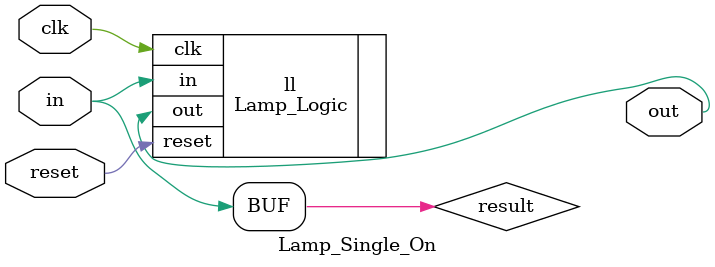
<source format=v>
module Lamp_Single_On (
    input wire clk,            
    input wire reset,         
    input wire in,
    output wire out
);
    
    wire result = in;

    Lamp_Logic #( .INIT_VALUE(1) ) ll (
        .clk(clk),
        .reset(reset),
        .in(result),
        .out(out)
    );

endmodule
</source>
